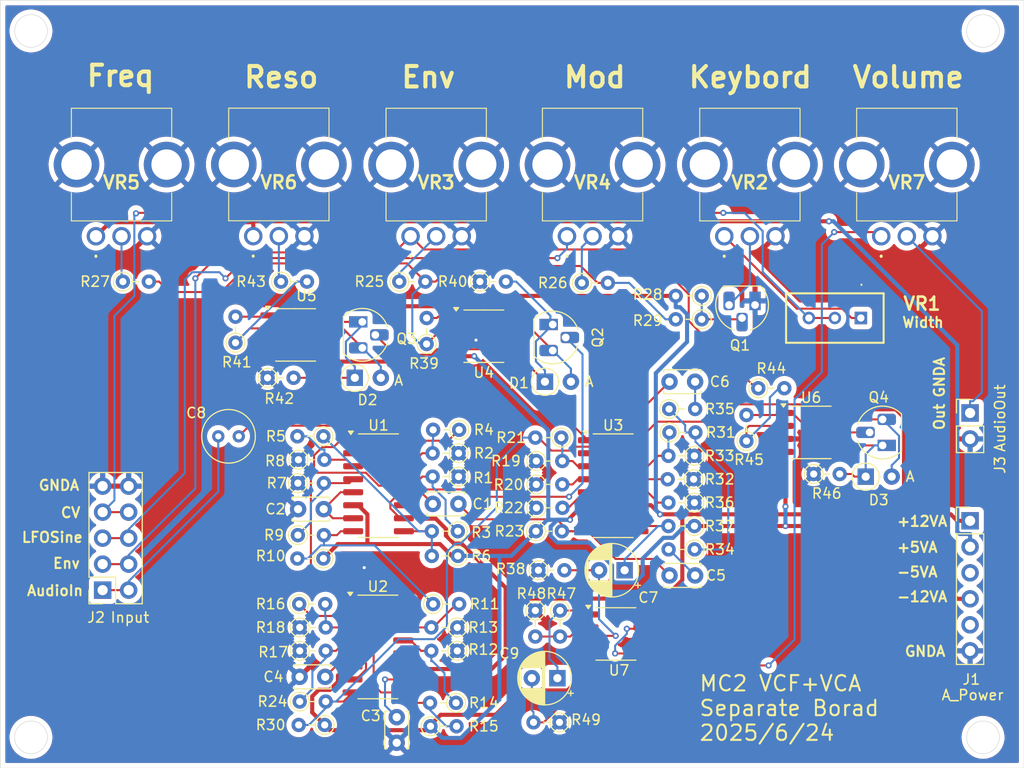
<source format=kicad_pcb>
(kicad_pcb (version 20240108) (generator "pcbnew") (generator_version "8.0")
  (layers (0 "F.Cu" signal) (31 "B.Cu" signal) (34 "B.Paste" user) (35 "F.Paste" user) (36 "B.SilkS" user "B.Silkscreen") (37 "F.SilkS" user "F.Silkscreen") (38 "B.Mask" user) (39 "F.Mask" user) (44 "Edge.Cuts" user))
  (net 0 "")
  (net 1 "ResoWav")
  (net 2 "Net-(C1-Pad1)")
  (net 3 "GNDA")
  (net 4 "Net-(C2-Pad1)")
  (net 5 "Net-(C3-Pad1)")
  (net 6 "Net-(C4-Pad1)")
  (net 7 "Net-(C5-Pad2)")
  (net 8 "Net-(C6-Pad2)")
  (net 9 "VCF_OUT")
  (net 10 "Net-(C7-Pad1)")
  (net 11 "Net-(U7A-+)")
  (net 12 "Net-(C8-Pad2)")
  (net 13 "VCF_IN")
  (net 14 "Net-(VR7-CCW)")
  (net 15 "Net-(C9-Pad1)")
  (net 16 "Net-(D1-K)")
  (net 17 "Net-(D1-A)")
  (net 18 "Net-(D2-K)")
  (net 19 "Net-(D2-A)")
  (net 20 "Net-(D3-A)")
  (net 21 "Net-(D3-K)")
  (net 23 "-12VA")
  (net 24 "+5VA")
  (net 25 "-5VA")
  (net 26 "+12VA")
  (net 27 "Env")
  (net 28 "CV")
  (net 29 "LFOSine")
  (net 30 "Net-(J3-Pin_1)")
  (net 31 "Net-(Q1-C)")
  (net 32 "Net-(Q1-B)")
  (net 33 "VCFCnt")
  (net 34 "ResoCnt")
  (net 35 "VCACnt")
  (net 36 "Net-(U1A--)")
  (net 37 "Net-(U1A-+)")
  (net 38 "Net-(R3-Pad2)")
  (net 39 "Net-(U1C-+)")
  (net 40 "Net-(U1C--)")
  (net 41 "LP12db")
  (net 42 "Net-(U2A-+)")
  (net 43 "Net-(U2A--)")
  (net 44 "Net-(R14-Pad2)")
  (net 45 "Net-(U2C-+)")
  (net 46 "Net-(U2C--)")
  (net 47 "Net-(U3C-+)")
  (net 48 "Net-(U3C--)")
  (net 49 "Net-(R22-Pad2)")
  (net 50 "Net-(VR3-WIPER)")
  (net 51 "Net-(U4A--)")
  (net 52 "Net-(VR4-WIPER)")
  (net 53 "Net-(VR5-WIPER)")
  (net 54 "Net-(R31-Pad2)")
  (net 55 "Net-(U3A-+)")
  (net 56 "Net-(U3A--)")
  (net 57 "Net-(R36-Pad2)")
  (net 58 "Net-(U4B-+)")
  (net 59 "Net-(U5A--)")
  (net 60 "Net-(U5B-+)")
  (net 61 "Net-(VR6-WIPER)")
  (net 62 "Net-(U6A--)")
  (net 63 "Net-(U6B-+)")
  (net 64 "Net-(U7A--)")
  (net 71 "Net-(U7B-+)")
  (net 72 "Net-(VR1-CCW)")
  (footprint "Capacitor_THT:C_Disc_D3.4mm_W2.1mm_P2.50mm" (layer "F.Cu") (at 120.374 75.184)
    (property "Reference" "C5")
    (property "Value" "0.01uF")
  )
  (footprint "Resistor_THT:R_Axial_DIN0204_L3.6mm_D1.6mm_P2.54mm_Vertical" (layer "F.Cu") (at 127.889 62.053 90)
    (property "Reference" "R45")
    (property "Value" "10K")
  )
  (footprint "Resistor_THT:R_Axial_DIN0204_L3.6mm_D1.6mm_P2.54mm_Vertical" (layer "F.Cu") (at 84.074 66.167)
    (property "Reference" "R7")
    (property "Value" "560")
  )
  (footprint "Resistor_THT:R_Axial_DIN0204_L3.6mm_D1.6mm_P2.54mm_Vertical" (layer "F.Cu") (at 123.521 50.165 180)
    (property "Reference" "R29")
    (property "Value" "280K")
  )
  (footprint "Diode_THT:D_DO-35_SOD27_P2.54mm_Vertical_AnodeUp" (layer "F.Cu") (at 89.6337 55.88)
    (property "Reference" "D2")
    (property "Value" "D")
  )
  (footprint "Resistor_THT:R_Axial_DIN0204_L3.6mm_D1.6mm_P2.54mm_Vertical" (layer "F.Cu") (at 99.645 80.264 180)
    (property "Reference" "R13")
    (property "Value" "560")
  )
  (footprint "Capacitor_THT:C_Disc_D3.4mm_W2.1mm_P2.50mm" (layer "F.Cu") (at 97.252 68.199)
    (property "Reference" "C1")
    (property "Value" "250pF")
  )
  (footprint "Resistor_THT:R_Axial_DIN0204_L3.6mm_D1.6mm_P2.54mm_Vertical" (layer "F.Cu") (at 99.645 82.55 180)
    (property "Reference" "R12")
    (property "Value" "560")
  )
  (footprint "Diode_THT:D_DO-35_SOD27_P2.54mm_Vertical_AnodeUp" (layer "F.Cu") (at 139.538 65.532)
    (property "Reference" "D3")
    (property "Value" "D")
  )
  (footprint "Resistor_THT:R_Axial_DIN0204_L3.6mm_D1.6mm_P2.54mm_Vertical" (layer "F.Cu") (at 134.458 65.278)
    (property "Reference" "R46")
    (property "Value" "5.1K")
  )
  (footprint "Resistor_THT:R_Axial_DIN0204_L3.6mm_D1.6mm_P2.54mm_Vertical" (layer "F.Cu") (at 107.569 74.676)
    (property "Reference" "R38")
    (property "Value" "100K")
  )
  (footprint "SamacSys_Parts:3296W1502A" (layer "F.Cu") (at 139.065 50.038 90)
    (property "Reference" "VR1")
    (property "Value" "3296W-1-502A" (hide yes))
  )
  (footprint "Resistor_THT:R_Axial_DIN0204_L3.6mm_D1.6mm_P2.54mm_Vertical" (layer "F.Cu") (at 99.822 60.96 180)
    (property "Reference" "R4")
    (property "Value" "100K")
  )
  (footprint "Resistor_THT:R_Axial_DIN0204_L3.6mm_D1.6mm_P2.54mm_Vertical" (layer "F.Cu") (at 84.251 82.55)
    (property "Reference" "R17")
    (property "Value" "560")
  )
  (footprint "Resistor_THT:R_Axial_DIN0204_L3.6mm_D1.6mm_P2.54mm_Vertical" (layer "F.Cu") (at 122.806 68.072 180)
    (property "Reference" "R36")
    (property "Value" "10K")
  )
  (footprint "Capacitor_THT:CP_Radial_D5.0mm_P2.50mm" (layer "F.Cu") (at 115.988 74.676 180)
    (property "Reference" "C7")
    (property "Value" "1uF")
  )
  (footprint "Resistor_THT:R_Axial_DIN0204_L3.6mm_D1.6mm_P2.54mm_Vertical" (layer "F.Cu") (at 111.81 46.609)
    (property "Reference" "R26")
    (property "Value" "56K")
  )
  (footprint "Connector_PinHeader_2.54mm:PinHeader_1x02_P2.54mm_Vertical" (layer "F.Cu") (at 149.733 59.314)
    (property "Reference" "J3")
    (property "Value" "AudioOut")
  )
  (footprint "Resistor_THT:R_Axial_DIN0204_L3.6mm_D1.6mm_P2.54mm_Vertical" (layer "F.Cu") (at 107.362 66.294)
    (property "Reference" "R20")
    (property "Value" "560")
  )
  (footprint "Resistor_THT:R_Axial_DIN0204_L3.6mm_D1.6mm_P2.54mm_Vertical" (layer "F.Cu") (at 122.806 70.358 180)
    (property "Reference" "R37")
    (property "Value" "5.1K")
  )
  (footprint "Resistor_THT:R_Axial_DIN0204_L3.6mm_D1.6mm_P2.54mm_Vertical" (layer "F.Cu") (at 99.695 73.279 180)
    (property "Reference" "R6")
    (property "Value" "10K")
  )
  (footprint "Package_SO:SO-8_3.9x4.9mm_P1.27mm" (layer "F.Cu") (at 115.139 80.899)
    (property "Reference" "U7")
    (property "Value" "Opamp_Dual")
  )
  (footprint "Resistor_THT:R_Axial_DIN0204_L3.6mm_D1.6mm_P2.54mm_Vertical" (layer "F.Cu") (at 96.647 52.578 90)
    (property "Reference" "R39")
    (property "Value" "10K")
  )
  (footprint "Resistor_THT:R_Axial_DIN0204_L3.6mm_D1.6mm_P2.54mm_Vertical" (layer "F.Cu") (at 107.377 68.58)
    (property "Reference" "R22")
    (property "Value" "10K")
  )
  (footprint "Resistor_THT:R_Axial_DIN0204_L3.6mm_D1.6mm_P2.54mm_Vertical" (layer "F.Cu") (at 84.201 77.978)
    (property "Reference" "R16")
    (property "Value" "100K")
  )
  (footprint "Capacitor_THT:C_Disc_D3.4mm_W2.1mm_P2.50mm" (layer "F.Cu") (at 86.741 85.09 180)
    (property "Reference" "C4")
    (property "Value" "250pF")
  )
  (footprint "Resistor_THT:R_Axial_DIN0204_L3.6mm_D1.6mm_P2.54mm_Vertical" (layer "F.Cu") (at 99.695 70.866 180)
    (property "Reference" "R3")
    (property "Value" "68K")
  )
  (footprint "Resistor_THT:R_Axial_DIN0204_L3.6mm_D1.6mm_P2.54mm_Vertical" (layer "F.Cu") (at 84.074 71.247)
    (property "Reference" "R9")
    (property "Value" "68K")
  )
  (footprint "Package_SO:SO-8_3.9x4.9mm_P1.27mm" (layer "F.Cu") (at 83.855 51.689)
    (property "Reference" "U5")
    (property "Value" "Opamp_Dual")
  )
  (footprint "Capacitor_THT:C_Disc_D3.4mm_W2.1mm_P2.50mm" (layer "F.Cu") (at 93.726 89.027 -90)
    (property "Reference" "C3")
    (property "Value" "250pF")
  )
  (footprint "Resistor_THT:R_Axial_DIN0204_L3.6mm_D1.6mm_P2.54mm_Vertical" (layer "F.Cu") (at 120.334 58.928)
    (property "Reference" "R35")
    (property "Value" "5K")
  )
  (footprint "SamacSys_Parts:RK09D117000B" (layer "F.Cu") (at 141.055 42.052)
    (property "Reference" "VR7")
    (property "Value" "100KA" (hide yes))
  )
  (footprint "Package_SO:SOIC-16_3.9x9.9mm_P1.27mm" (layer "F.Cu") (at 114.87 66.421)
    (property "Reference" "U3")
    (property "Value" "LM13700")
  )
  (footprint "Resistor_THT:R_Axial_DIN0204_L3.6mm_D1.6mm_P2.54mm_Vertical" (layer "F.Cu") (at 84.124 63.881)
    (property "Reference" "R8")
    (property "Value" "560")
  )
  (footprint "Resistor_THT:R_Axial_DIN0204_L3.6mm_D1.6mm_P2.54mm_Vertical" (layer "F.Cu") (at 82.423 46.482)
    (property "Reference" "R43")
    (property "Value" "20K")
  )
  (footprint "Package_TO_SOT_THT:TO-92_HandSolder" (layer "F.Cu") (at 141.189 62.484 90)
    (property "Reference" "Q4")
    (property "Value" "Q_PNP_ECB")
  )
  (footprint "Resistor_THT:R_Axial_DIN0204_L3.6mm_D1.6mm_P2.54mm_Vertical" (layer "F.Cu") (at 107.327 70.866)
    (property "Reference" "R23")
    (property "Value" "5.1K")
  )
  (footprint "Resistor_THT:R_Axial_DIN0204_L3.6mm_D1.6mm_P2.54mm_Vertical" (layer "F.Cu") (at 122.824 72.644 180)
    (property "Reference" "R34")
    (property "Value" "72K")
  )
  (footprint "Diode_THT:D_DO-35_SOD27_P2.54mm_Vertical_AnodeUp" (layer "F.Cu") (at 108.204 56.261)
    (property "Reference" "D1")
    (property "Value" "D")
  )
  (footprint "Resistor_THT:R_Axial_DIN0204_L3.6mm_D1.6mm_P2.54mm_Vertical" (layer "F.Cu") (at 97.282 77.978)
    (property "Reference" "R11")
    (property "Value" "100K")
  )
  (footprint "Capacitor_THT:CP_Radial_D5.0mm_P2.50mm" (layer "F.Cu") (at 109.424 85.217 180)
    (property "Reference" "C9")
    (property "Value" "1uF")
  )
  (footprint "Resistor_THT:R_Axial_DIN0204_L3.6mm_D1.6mm_P2.54mm_Vertical" (layer "F.Cu") (at 99.772 63.246 180)
    (property "Reference" "R2")
    (property "Value" "560")
  )
  (footprint "Resistor_THT:R_Axial_DIN0204_L3.6mm_D1.6mm_P2.54mm_Vertical" (layer "F.Cu") (at 81.111 55.88)
    (property "Reference" "R42")
    (property "Value" "5.1K")
  )
  (footprint "Resistor_THT:R_Axial_DIN0204_L3.6mm_D1.6mm_P2.54mm_Vertical" (layer "F.Cu") (at 84.251 87.503)
    (property "Reference" "R24")
    (property "Value" "68K")
  )
  (footprint "Connector_PinHeader_2.54mm:PinHeader_1x06_P2.54mm_Vertical" (layer "F.Cu") (at 149.733 69.85)
    (property "Reference" "J1")
    (property "Value" "A_Power")
  )
  (footprint "Resistor_THT:R_Axial_DIN0204_L3.6mm_D1.6mm_P2.54mm_Vertical" (layer "F.Cu") (at 109.678 78.613 -90)
    (property "Reference" "R47")
    (property "Value" "47K")
  )
  (footprint "Connector_PinSocket_2.54mm:PinSocket_2x05_P2.54mm_Vertical" (layer "F.Cu") (at 65 76.62 180)
    (property "Reference" "J2")
    (property "Value" "Input")
  )
  (footprint "Capacitor_THT:C_Radial_D5.0mm_H5.0mm_P2.00mm" (layer "F.Cu") (at 76.297 61.595)
    (property "Reference" "C8")
    (property "Value" "10uF BP")
  )
  (footprint "Resistor_THT:R_Axial_DIN0204_L3.6mm_D1.6mm_P2.54mm_Vertical" (layer "F.Cu") (at 99.772 65.532 180)
    (property "Reference" "R1")
    (property "Value" "560")
  )
  (footprint "Resistor_THT:R_Axial_DIN0204_L3.6mm_D1.6mm_P2.54mm_Vertical" (layer "F.Cu") (at 84.251 80.264)
    (property "Reference" "R18")
    (property "Value" "560")
  )
  (footprint "Resistor_THT:R_Axial_DIN0204_L3.6mm_D1.6mm_P2.54mm_Vertical" (layer "F.Cu") (at 129.047 56.896)
    (property "Reference" "R44")
    (property "Value" "40K")
  )
  (footprint "Resistor_THT:R_Axial_DIN0204_L3.6mm_D1.6mm_P2.54mm_Vertical" (layer "F.Cu") (at 107.265 78.613 -90)
    (property "Reference" "R48")
    (property "Value" "10K")
  )
  (footprint "SamacSys_Parts:RK09D117000B" (layer "F.Cu") (at 110.358 42.052)
    (property "Reference" "VR4")
    (property "Value" "100KA" (hide yes))
  )
  (footprint "SamacSys_Parts:RK09D117000B" (layer "F.Cu") (at 125.725 42.052)
    (property "Reference" "VR2")
    (property "Value" "100KB" (hide yes))
  )
  (footprint "Resistor_THT:R_Axial_DIN0204_L3.6mm_D1.6mm_P2.54mm_Vertical" (layer "F.Cu") (at 109.802 61.722 180)
    (property "Reference" "R21")
    (property "Value" "10K")
  )
  (footprint "Capacitor_THT:C_Disc_D3.4mm_W2.1mm_P2.50mm" (layer "F.Cu") (at 86.594 68.707 180)
    (property "Reference" "C2")
    (property "Value" "250pF")
  )
  (footprint "Package_TO_SOT_THT:TO-92_HandSolder" (layer "F.Cu") (at 128.728 48.768 180)
    (property "Reference" "Q1")
    (property "Value" "Q_PNP_ECB")
  )
  (footprint "SamacSys_Parts:RK09D117000B" (layer "F.Cu") (at 64.347 42.052)
    (property "Reference" "VR5")
    (property "Value" "100KB" (hide yes))
  )
  (footprint "Resistor_THT:R_Axial_DIN0204_L3.6mm_D1.6mm_P2.54mm_Vertical" (layer "F.Cu") (at 109.628 89.535 180)
    (property "Reference" "R49")
    (property "Value" "100K")
  )
  (footprint "Resistor_THT:R_Axial_DIN0204_L3.6mm_D1.6mm_P2.54mm_Vertical" (layer "F.Cu") (at 93.98 46.482)
    (property "Reference" "R25")
    (property "Value" "56K")
  )
  (footprint "SamacSys_Parts:RK09D117000B" (layer "F.Cu") (at 79.714 42.04)
    (property "Reference" "VR6")
    (property "Value" "100KB" (hide yes))
  )
  (footprint "Resistor_THT:R_Axial_DIN0204_L3.6mm_D1.6mm_P2.54mm_Vertical" (layer "F.Cu") (at 86.691 89.789 180)
    (property "Reference" "R30")
    (property "Value" "10K")
  )
  (footprint "Package_TO_SOT_THT:TO-92_HandSolder" (layer "F.Cu") (at 90.367 50.419 -90)
    (property "Reference" "Q3")
    (property "Value" "Q_PNP_ECB")
  )
  (footprint "Package_SO:SOIC-16_3.9x9.9mm_P1.27mm" (layer "F.Cu") (at 91.886 82.169)
    (property "Reference" "U2")
    (property "Value" "LM13700")
  )
  (footprint "Resistor_THT:R_Axial_DIN0204_L3.6mm_D1.6mm_P2.54mm_Vertical" (layer "F.Cu") (at 86.564 73.533 180)
    (property "Reference" "R10")
    (property "Value" "10K")
  )
  (footprint "Resistor_THT:R_Axial_DIN0204_L3.6mm_D1.6mm_P2.54mm_Vertical" (layer "F.Cu") (at 86.564 61.595 180)
    (property "Reference" "R5")
    (property "Value" "100K")
  )
  (footprint "Resistor_THT:R_Axial_DIN0204_L3.6mm_D1.6mm_P2.54mm_Vertical" (layer "F.Cu") (at 99.518 87.63 180)
    (property "Reference" "R14")
    (property "Value" "68K")
  )
  (footprint "Package_SO:SOIC-16_3.9x9.9mm_P1.27mm" (layer "F.Cu") (at 91.948 66.421)
    (property "Reference" "U1")
    (property "Value" "LM13700")
  )
  (footprint "Package_TO_SOT_THT:TO-92_HandSolder" (layer "F.Cu") (at 108.966 50.673 -90)
    (property "Reference" "Q2")
    (property "Value" "Q_PNP_ECB")
  )
  (footprint "Resistor_THT:R_Axial_DIN0204_L3.6mm_D1.6mm_P2.54mm_Vertical" (layer "F.Cu") (at 101.854 46.482)
    (property "Reference" "R40")
    (property "Value" "10K")
  )
  (footprint "Resistor_THT:R_Axial_DIN0204_L3.6mm_D1.6mm_P2.54mm_Vertical" (layer "F.Cu") (at 123.521 47.879 180)
    (property "Reference" "R28")
    (property "Value" "33K")
  )
  (footprint "Resistor_THT:R_Axial_DIN0204_L3.6mm_D1.6mm_P2.54mm_Vertical" (layer "F.Cu") (at 122.729 65.786 180)
    (property "Reference" "R32")
    (property "Value" "560")
  )
  (footprint "Resistor_THT:R_Axial_DIN0204_L3.6mm_D1.6mm_P2.54mm_Vertical" (layer "F.Cu") (at 120.366 61.214)
    (property "Reference" "R31")
    (property "Value" "10K")
  )
  (footprint "Capacitor_THT:C_Disc_D3.4mm_W2.1mm_P2.50mm" (layer "F.Cu") (at 120.374 56.261)
    (property "Reference" "C6")
    (property "Value" "0.01uF")
  )
  (footprint "Package_SO:SO-8_3.9x4.9mm_P1.27mm" (layer "F.Cu") (at 102.235 51.816)
    (property "Reference" "U4")
    (property "Value" "Opamp_Dual")
  )
  (footprint "Package_SO:SO-8_3.9x4.9mm_P1.27mm" (layer "F.Cu") (at 134.204 61.214)
    (property "Reference" "U6")
    (property "Value" "Opamp_Dual")
  )
  (footprint "Resistor_THT:R_Axial_DIN0204_L3.6mm_D1.6mm_P2.54mm_Vertical" (layer "F.Cu") (at 77.978 52.451 90)
    (property "Reference" "R41")
    (property "Value" "33K")
  )
  (footprint "Resistor_THT:R_Axial_DIN0204_L3.6mm_D1.6mm_P2.54mm_Vertical" (layer "F.Cu") (at 122.806 63.5 180)
    (property "Reference" "R33")
    (property "Value" "560")
  )
  (footprint "Resistor_THT:R_Axial_DIN0204_L3.6mm_D1.6mm_P2.54mm_Vertical" (layer "F.Cu") (at 107.362 64.008)
    (property "Reference" "R19")
    (property "Value" "560")
  )
  (footprint "SamacSys_Parts:RK09D117000B" (layer "F.Cu") (at 95.081 42.052)
    (property "Reference" "VR3")
    (property "Value" "100KB" (hide yes))
  )
  (footprint "Resistor_THT:R_Axial_DIN0204_L3.6mm_D1.6mm_P2.54mm_Vertical" (layer "F.Cu") (at 66.979 46.482)
    (property "Reference" "R27")
    (property "Value" "20K")
  )
  (footprint "Resistor_THT:R_Axial_DIN0204_L3.6mm_D1.6mm_P2.54mm_Vertical" (layer "F.Cu") (at 97.028 89.916)
    (property "Reference" "R15")
    (property "Value" "10K")
  )
  (gr_circle (center 151 22) (end 152.6 22) (stroke (width 0.05)) (fill none) (layer "Edge.Cuts"))
  (gr_circle (center 151 91) (end 152.6 91) (stroke (width 0.05)) (fill none) (layer "Edge.Cuts"))
  (gr_rect (start 55 19) (end 155 94) (stroke (width 0.05)) (fill none) (layer "Edge.Cuts"))
  (gr_circle (center 58 91) (end 59.6 91) (stroke (width 0.05)) (fill none) (layer "Edge.Cuts"))
  (gr_circle (center 58 22) (end 59.6 22) (stroke (width 0.05)) (fill none) (layer "Edge.Cuts"))
  (gr_text "AudioIn" (at 57.507 77.255 0) (layer "F.SilkS") (effects (font (size 1 1) (thickness 0.2) (bold yes)) (justify left bottom)))
  (gr_text "CV" (at 60.809 69.635 0) (layer "F.SilkS") (effects (font (size 1 1) (thickness 0.2) (bold yes)) (justify left bottom)))
  (gr_text "Mod" (at 109.855 27.686 0) (layer "F.SilkS") (effects (font (size 2 2) (thickness 0.4) (bold yes)) (justify left bottom)))
  (gr_text "A_Power" (at 149.987 86.868 0) (layer "F.SilkS") (effects (font (size 1 1))))
  (gr_text "+12VA" (at 142.494 70.485 0) (layer "F.SilkS") (effects (font (size 1 1) (thickness 0.2) (bold yes)) (justify left bottom)))
  (gr_text "LFOSine" (at 56.999 72.048 0) (layer "F.SilkS") (effects (font (size 1 1) (thickness 0.2) (bold yes)) (justify left bottom)))
  (gr_text "Reso" (at 78.613 27.686 0) (layer "F.SilkS") (effects (font (size 2 2) (thickness 0.4) (bold yes)) (justify left bottom)))
  (gr_text "Out" (at 147.32 61.092 90) (layer "F.SilkS") (effects (font (size 1 1) (thickness 0.2) (bold yes)) (justify left bottom)))
  (gr_text "Freq" (at 63.246 27.559 0) (layer "F.SilkS") (effects (font (size 2 2) (thickness 0.4) (bold yes)) (justify left bottom)))
  (gr_text "GNDA" (at 143.256 83.185 0) (layer "F.SilkS") (effects (font (size 1 1) (thickness 0.2) (bold yes)) (justify left bottom)))
  (gr_text "GNDA" (at 58.65 66.968 0) (layer "F.SilkS") (effects (font (size 1 1) (thickness 0.2) (bold yes)) (justify left bottom)))
  (gr_text "Keybord" (at 122.047 27.686 0) (layer "F.SilkS") (effects (font (size 2 2) (thickness 0.4) (bold yes)) (justify left bottom)))
  (gr_text "AudioOut" (at 152.654 59.817 90) (layer "F.SilkS") (effects (font (size 1 1))))
  (gr_text "GNDA" (at 147.32 57.917 90) (layer "F.SilkS") (effects (font (size 1 1) (thickness 0.2) (bold yes)) (justify left bottom)))
  (gr_text "Env" (at 60.047 74.588 0) (layer "F.SilkS") (effects (font (size 1 1) (thickness 0.2) (bold yes)) (justify left bottom)))
  (gr_text "MC2 VCF+VCA\nSeparate Borad\n2025/6/24" (at 123.19 91.44 0) (layer "F.SilkS") (effects (font (size 1.5 1.5) (thickness 0.2)) (justify left bottom)))
  (gr_text "+5VA" (at 142.494 73.025 0) (layer "F.SilkS") (effects (font (size 1 1) (thickness 0.2) (bold yes)) (justify left bottom)))
  (gr_text "Input" (at 67.667 79.287 0) (layer "F.SilkS") (effects (font (size 1 1))))
  (gr_text "Env" (at 93.98 27.686 0) (layer "F.SilkS") (effects (font (size 2 2) (thickness 0.4) (bold yes)) (justify left bottom)))
  (gr_text "Width" (at 143.002 51.054 0) (layer "F.SilkS") (effects (font (size 1 1) (thickness 0.2) (bold yes)) (justify left bottom)))
  (gr_text "Volume" (at 138.049 27.686 0) (layer "F.SilkS") (effects (font (size 2 2) (thickness 0.4) (bold yes)) (justify left bottom)))
  (gr_text "-12VA" (at 142.494 77.851 0) (layer "F.SilkS") (effects (font (size 1 1) (thickness 0.2) (bold yes)) (justify left bottom)))
  (gr_text "-5VA" (at 142.494 75.438 0) (layer "F.SilkS") (effects (font (size 1 1) (thickness 0.2) (bold yes)) (justify left bottom)))
  (segment (start 115.1033 73.5743) (end 112.395 70.866) (width 0.2) (layer "F.Cu") (net 1))
  (segment (start 111.1013 70.866) (end 112.395 70.866) (width 0.2) (layer "F.Cu") (net 1))
  (segment (start 109.3509 69.7007) (end 101.2537 69.7007) (width 0.2) (layer "F.Cu") (net 1))
  (segment (start 120.374 75.184) (end 118.7643 73.5743) (width 0.2) (layer "F.Cu") (net 1))
  (segment (start 109.867 70.866) (end 111.1013 70.866) (width 0.2) (layer "F.Cu") (net 1))
  (segment (start 110.5162 70.866) (end 109.3509 69.7007) (width 0.2) (layer "F.Cu") (net 1))
  (segment (start 111.1013 70.866) (end 110.5162 70.866) (width 0.2) (layer "F.Cu") (net 1))
  (segment (start 118.7643 73.5743) (end 115.1033 73.5743) (width 0.2) (layer "F.Cu") (net 1))
  (segment (start 101.2537 69.7007) (end 99.752 68.199) (width 0.2) (layer "F.Cu") (net 1))
  (segment (start 93.1044 68.6346) (end 94.0658 69.596) (width 0.2) (layer "F.Cu") (net 2))
  (segment (start 96.2373 67.1864) (end 96.2394 67.1864) (width 0.2) (layer "F.Cu") (net 2))
  (segment (start 93.1044 68.0182) (end 93.1044 68.6346) (width 0.2) (layer "F.Cu") (net 2))
  (segment (start 96.2394 67.1864) (end 97.252 68.199) (width 0.2) (layer "F.Cu") (net 2))
  (segment (start 94.0658 69.596) (end 94.423 69.596) (width 0.2) (layer "F.Cu") (net 2))
  (segment (start 94.423 67.056) (end 96.1069 67.056) (width 0.2) (layer "F.Cu") (net 2))
  (segment (start 96.1069 67.056) (end 96.2373 67.1864) (width 0.2) (layer "F.Cu") (net 2))
  (segment (start 94.0666 67.056) (end 93.1044 68.0182) (width 0.2) (layer "F.Cu") (net 2))
  (segment (start 94.423 67.056) (end 94.0666 67.056) (width 0.2) (layer "F.Cu") (net 2))
  (via (at 90.551 74.422) (size 0.6) (drill 0.3) (layers "F.Cu" "B.Cu") (net 3))
  (via (at 101.473 52.197) (size 0.6) (drill 0.3) (layers "F.Cu" "B.Cu") (net 3))
  (segment (start 89.473 69.596) (end 87.483 69.596) (width 0.2) (layer "F.Cu") (net 4))
  (segment (start 87.483 69.596) (end 86.594 68.707) (width 0.2) (layer "F.Cu") (net 4))
  (segment (start 89.473 67.056) (end 88.245 67.056) (width 0.2) (layer "F.Cu") (net 4))
  (segment (start 88.245 67.056) (end 86.594 68.707) (width 0.2) (layer "F.Cu") (net 4))
  (segment (start 94.361 85.344) (end 92.583 85.344) (width 0.2) (layer "F.Cu") (net 5))
  (segment (start 93.0735 83.6959) (end 93.0735 84.4222) (width 0.2) (layer "F.Cu") (net 5))
  (segment (start 93.9953 85.344) (end 94.361 85.344) (width 0.2) (layer "F.Cu") (net 5))
  (segment (start 93.0735 84.4222) (end 93.9953 85.344) (width 0.2) (layer "F.Cu") (net 5))
  (segment (start 94.361 82.804) (end 93.9654 82.804) (width 0.2) (layer "F.Cu") (net 5))
  (segment (start 93.9654 82.804) (end 93.0735 83.6959) (width 0.2) (layer "F.Cu") (net 5))
  (via (at 92.583 85.344) (size 0.6) (drill 0.3) (layers "F.Cu" "B.Cu") (net 5))
  (segment (start 92.583 85.344) (end 92.583 87.884) (width 0.2) (layer "B.Cu") (net 5))
  (segment (start 92.583 87.884) (end 93.726 89.027) (width 0.2) (layer "B.Cu") (net 5))
  (segment (start 89.411 82.804) (end 89.7675 82.804) (width 0.2) (layer "F.Cu") (net 6))
  (segment (start 86.741 85.09) (end 89.027 82.804) (width 0.2) (layer "F.Cu") (net 6))
  (segment (start 90.7297 83.7662) (end 90.7297 84.3825) (width 0.2) (layer "F.Cu") (net 6))
  (segment (start 89.027 82.804) (end 89.411 82.804) (width 0.2) (layer "F.Cu") (net 6))
  (segment (start 89.7682 85.344) (end 89.411 85.344) (width 0.2) (layer "F.Cu") (net 6))
  (segment (start 90.7297 84.3825) (end 89.7682 85.344) (width 0.2) (layer "F.Cu") (net 6))
  (segment (start 89.7675 82.804) (end 90.7297 83.7662) (width 0.2) (layer "F.Cu") (net 6))
  (segment (start 120.284 72.644) (end 120.334 72.644) (width 0.2) (layer "B.Cu") (net 7))
  (segment (start 120.334 72.644) (end 122.874 75.184) (width 0.2) (layer "B.Cu") (net 7))
  (segment (start 122.874 56.261) (end 122.874 58.928) (width 0.2) (layer "B.Cu") (net 8))
  (segment (start 110.998 62.611) (end 110.617 62.992) (width 0.2) (layer "F.Cu") (net 9))
  (segment (start 108.839 62.992) (end 107.569 61.722) (width 0.2) (layer "F.Cu") (net 9))
  (segment (start 120.374 56.261) (end 114.024 62.611) (width 0.2) (layer "F.Cu") (net 9))
  (segment (start 107.569 61.722) (end 107.262 61.722) (width 0.2) (layer "F.Cu") (net 9))
  (segment (start 88.522 87.503) (end 89.411 86.614) (width 0.2) (layer "F.Cu") (net 9))
  (segment (start 86.791 87.503) (end 88.522 87.503) (width 0.2) (layer "F.Cu") (net 9))
  (segment (start 110.617 62.992) (end 108.839 62.992) (width 0.2) (layer "F.Cu") (net 9))
  (segment (start 114.024 62.611) (end 110.998 62.611) (width 0.2) (layer "F.Cu") (net 9))
  (segment (start 97.3892 81.407) (end 98.6313 80.1649) (width 0.2) (layer "B.Cu") (net 9))
  (segment (start 93.8887 81.407) (end 97.3892 81.407) (width 0.2) (layer "B.Cu") (net 9))
  (segment (start 99.4396 72.0725) (end 99.9693 72.0725) (width 0.2) (layer "B.Cu") (net 9))
  (segment (start 98.6313 72.8808) (end 99.4396 72.0725) (width 0.2) (layer "B.Cu") (net 9))
  (segment (start 84.151 89.789) (end 85.1527 89.789) (width 0.2) (layer "B.Cu") (net 9))
  (segment (start 86.791 88.1507) (end 86.791 87.503) (width 0.2) (layer "B.Cu") (net 9))
  (segment (start 87.7927 87.503) (end 93.8887 81.407) (width 0.2) (layer "B.Cu") (net 9))
  (segment (start 85.1527 89.789) (end 86.791 88.1507) (width 0.2) (layer "B.Cu") (net 9))
  (segment (start 103.505 68.5368) (end 103.505 64.262) (width 0.2) (layer "B.Cu") (net 9))
  (segment (start 86.791 87.503) (end 87.7927 87.503) (width 0.2) (layer "B.Cu") (net 9))
  (segment (start 106.045 61.722) (end 107.262 61.722) (width 0.2) (layer "B.Cu") (net 9))
  (segment (start 103.505 64.262) (end 106.045 61.722) (width 0.2) (layer "B.Cu") (net 9))
  (segment (start 98.6313 80.1649) (end 98.6313 72.8808) (width 0.2) (layer "B.Cu") (net 9))
  (segment (start 99.9693 72.0725) (end 103.505 68.5368) (width 0.2) (layer "B.Cu") (net 9))
  (segment (start 120.266 70.358) (end 117.853 70.358) (width 0.2) (layer "F.Cu") (net 10))
  (segment (start 117.853 70.358) (end 117.345 70.866) (width 0.2) (layer "F.Cu") (net 10))
  (segment (start 120.266 70.358) (end 119.2643 70.358) (width 0.2) (layer "B.Cu") (net 10))
  (segment (start 115.988 73.5743) (end 116.048 73.5743) (width 0.2) (layer "B.Cu") (net 10))
  (segment (start 115.988 74.676) (end 115.988 73.5743) (width 0.2) (layer "B.Cu") (net 10))
  (segment (start 116.048 73.5743) (end 119.2643 70.358) (width 0.2) (layer "B.Cu") (net 10))
  (segment (start 113.0138 81.0842) (end 112.564 81.534) (width 0.2) (layer "F.Cu") (net 11))
  (segment (start 110.109 74.676) (end 113.488 74.676) (width 0.2) (layer "F.Cu") (net 11))
  (segment (start 115.1133 81.0842) (end 113.0138 81.0842) (width 0.2) (layer "F.Cu") (net 11))
  (via (at 115.1133 81.0842) (size 0.6) (drill 0.3) (layers "F.Cu" "B.Cu") (net 11))
  (segment (start 113.488 74.676) (end 113.488 79.4589) (width 0.2) (layer "B.Cu") (net 11))
  (segment (start 113.488 79.4589) (end 115.1133 81.0842) (width 0.2) (layer "B.Cu") (net 11))
  (segment (start 96.2726 62.0239) (end 98.7581 62.0239) (width 0.2) (layer "F.Cu") (net 12))
  (segment (start 79.3375 60.5545) (end 94.8032 60.5545) (width 0.2) (layer "F.Cu") (net 12))
  (segment (start 94.8032 60.5545) (end 96.2726 62.0239) (width 0.2) (layer "F.Cu") (net 12))
  (segment (start 98.7581 62.0239) (end 99.822 60.96) (width 0.2) (layer "F.Cu") (net 12))
  (segment (start 78.297 61.595) (end 79.3375 60.5545) (width 0.2) (layer "F.Cu") (net 12))
  (segment (start 67.54 76.62) (end 65 76.62) (width 0.2) (layer "F.Cu") (net 13))
  (segment (start 67.54 76.62) (end 67.54 75.7562) (width 0.2) (layer "B.Cu") (net 13))
  (segment (start 76.297 66.9992) (end 76.297 61.595) (width 0.2) (layer "B.Cu") (net 13))
  (segment (start 67.54 75.7562) (end 76.297 66.9992) (width 0.2) (layer "B.Cu") (net 13))
  (segment (start 136.4593 41.6471) (end 140.6501 41.6471) (width 0.2) (layer "F.Cu") (net 14))
  (segment (start 108.0897 89.535) (end 113.6481 83.9766) (width 0.2) (layer "F.Cu") (net 14))
  (segment (start 140.6501 41.6471) (end 141.055 42.052) (width 0.2) (layer "F.Cu") (net 14))
  (segment (start 107.088 89.535) (end 108.0897 89.535) (width 0.2) (layer "F.Cu") (net 14))
  (segment (start 113.6481 83.9766) (end 130.0511 83.9766) (width 0.2) (layer "F.Cu") (net 14))
  (via (at 136.4593 41.6471) (size 0.6) (drill 0.3) (layers "F.Cu" "B.Cu") (net 14))
  (via (at 130.0511 83.9766) (size 0.6) (drill 0.3) (layers "F.Cu" "B.Cu") (net 14))
  (segment (start 107.088 88.5333) (end 106.924 88.3693) (width 0.2) (layer "B.Cu") (net 14))
  (segment (start 135.255 42.8514) (end 136.4593 41.6471) (width 0.2) (layer "B.Cu") (net 14))
  (segment (start 130.0511 83.9766) (end 132.5872 81.4405) (width 0.2) (layer "B.Cu") (net 14))
  (segment (start 106.924 88.3693) (end 106.924 85.217) (width 0.2) (layer "B.Cu") (net 14))
  (segment (start 135.255 55.3252) (end 135.255 42.8514) (width 0.2) (layer "B.Cu") (net 14))
  (segment (start 132.5872 57.993) (end 135.255 55.3252) (width 0.2) (layer "B.Cu") (net 14))
  (segment (start 132.5872 81.4405) (end 132.5872 57.993) (width 0.2) (layer "B.Cu") (net 14))
  (segment (start 107.088 89.535) (end 107.088 88.5333) (width 0.2) (layer "B.Cu") (net 14))
  (segment (start 112.183 78.613) (end 109.678 78.613) (width 0.2) (layer "F.Cu") (net 15))
  (segment (start 112.564 78.994) (end 112.183 78.613) (width 0.2) (layer "F.Cu") (net 15))
  (segment (start 108.6501 79.6409) (end 109.678 78.613) (width 0.2) (layer "B.Cu") (net 15))
  (segment (start 109.424 84.1153) (end 108.6501 83.3414) (width 0.2) (layer "B.Cu") (net 15))
  (segment (start 109.424 85.217) (end 109.424 84.1153) (width 0.2) (layer "B.Cu") (net 15))
  (segment (start 108.6501 83.3414) (end 108.6501 79.6409) (width 0.2) (layer "B.Cu") (net 15))
  (segment (start 108.204 56.261) (end 106.2663 54.3233) (width 0.2) (layer "F.Cu") (net 16))
  (segment (start 103.6327 53.3836) (end 104.5653 52.451) (width 0.2) (layer "F.Cu") (net 16))
  (segment (start 103.8976 54.3233) (end 103.6327 54.0584) (width 0.2) (layer "F.Cu") (net 16))
  (segment (start 103.6327 54.0584) (end 103.6327 53.3836) (width 0.2) (layer "F.Cu") (net 16))
  (segment (start 106.2663 54.3233) (end 105.7224 54.3233) (width 0.2) (layer "F.Cu") (net 16))
  (segment (start 104.5653 52.451) (end 104.81 52.451) (width 0.2) (layer "F.Cu") (net 16))
  (segment (start 105.7224 54.3233) (end 103.8976 54.3233) (width 0.2) (layer "F.Cu") (net 16))
  (segment (start 107.3248 52.3142) (end 108.735 50.904) (width 0.2) (layer "B.Cu") (net 16))
  (segment (start 108.204 56.261) (end 108.204 55.1593) (width 0.2) (layer "B.Cu") (net 16))
  (segment (start 107.3248 54.2801) (end 107.3248 52.3142) (width 0.2) (layer "B.Cu") (net 16))
  (segment (start 104.394 46.482) (end 105.3957 46.482) (width 0.2) (layer "B.Cu") (net 16))
  (segment (start 105.3957 46.482) (end 108.735 49.8213) (width 0.2) (layer "B.Cu") (net 16))
  (segment (start 108.735 50.442) (end 108.735 49.8213) (width 0.2) (layer "B.Cu") (net 16))
  (segment (start 108.966 50.673) (end 108.735 50.442) (width 0.2) (layer "B.Cu") (net 16))
  (segment (start 108.204 55.1593) (end 107.3248 54.2801) (width 0.2) (layer "B.Cu") (net 16))
  (segment (start 108.735 50.904) (end 108.735 49.8213) (width 0.2) (layer "B.Cu") (net 16))
  (segment (start 108.966 53.213) (end 106.934 51.181) (width 0.2) (layer "F.Cu") (net 17))
  (segment (start 106.934 51.181) (end 104.81 51.181) (width 0.2) (layer "F.Cu") (net 17))
  (segment (start 108.966 53.213) (end 110.744 54.991) (width 0.2) (layer "B.Cu") (net 17))
  (segment (start 110.744 54.991) (end 110.744 56.261) (width 0.2) (layer "B.Cu") (net 17))
  (segment (start 86.1281 52.324) (end 85.2297 51.4256) (width 0.2) (layer "F.Cu") (net 18))
  (segment (start 89.6337 55.88) (end 83.651 55.88) (width 0.2) (layer "F.Cu") (net 18))
  (segment (start 85.2297 51.4256) (end 85.2297 50.721) (width 0.2) (layer "F.Cu") (net 18))
  (segment (start 85.5317 50.419) (end 90.367 50.419) (width 0.2) (layer "F.Cu") (net 18))
  (segment (start 85.2297 50.721) (end 85.5317 50.419) (width 0.2) (layer "F.Cu") (net 18))
  (segment (start 86.43 52.324) (end 86.1281 52.324) (width 0.2) (layer "F.Cu") (net 18))
  (segment (start 88.7643 52.3411) (end 88.7643 53.9089) (width 0.2) (layer "B.Cu") (net 18))
  (segment (start 89.6337 54.7783) (end 89.6337 55.88) (width 0.2) (layer "B.Cu") (net 18))
  (segment (start 88.7643 53.9089) (end 89.6337 54.7783) (width 0.2) (layer "B.Cu") (net 18))
  (segment (start 90.367 50.419) (end 90.367 50.7384) (width 0.2) (layer "B.Cu") (net 18))
  (segment (start 90.367 50.7384) (end 88.7643 52.3411) (width 0.2) (layer "B.Cu") (net 18))
  (segment (start 86.43 51.054) (end 88.462 51.054) (width 0.2) (layer "F.Cu") (net 19))
  (segment (start 88.462 51.054) (end 90.367 52.959) (width 0.2) (layer "F.Cu") (net 19))
  (segment (start 92.1737 54.7657) (end 92.1737 55.88) (width 0.2) (layer "B.Cu") (net 19))
  (segment (start 90.367 52.959) (end 92.1737 54.7657) (width 0.2) (layer "B.Cu") (net 19))
  (segment (start 137.414 59.944) (end 136.779 60.579) (width 0.2) (layer "F.Cu") (net 20))
  (segment (start 141.189 59.944) (end 137.414 59.944) (width 0.2) (layer "F.Cu") (net 20))
  (segment (start 142.7907 61.5457) (end 142.7907 63.7176) (width 0.2) (layer "B.Cu") (net 20))
  (segment (start 142.7907 63.7176) (end 142.078 64.4303) (width 0.2) (layer "B.Cu") (net 20))
  (segment (start 142.078 65.532) (end 142.078 64.4303) (width 0.2) (layer "B.Cu") (net 20))
  (segment (start 141.189 59.944) (end 142.7907 61.5457) (width 0.2) (layer "B.Cu") (net 20))
  (segment (start 138.1823 65.278) (end 138.4363 65.532) (width 0.2) (layer "F.Cu") (net 21))
  (segment (start 137.414 62.484) (end 141.189 62.484) (width 0.2) (layer "F.Cu") (net 21))
  (segment (start 136.998 65.278) (end 138.1823 65.278) (width 0.2) (layer "F.Cu") (net 21))
  (segment (start 136.779 61.849) (end 137.414 62.484) (width 0.2) (layer "F.Cu") (net 21))
  (segment (start 139.538 65.532) (end 138.4363 65.532) (width 0.2) (layer "F.Cu") (net 21))
  (segment (start 139.538 65.532) (end 139.538 63.3333) (width 0.2) (layer "B.Cu") (net 21))
  (segment (start 141.189 62.484) (end 140.3873 62.484) (width 0.2) (layer "B.Cu") (net 21))
  (segment (start 139.538 63.3333) (end 140.3873 62.484) (width 0.2) (layer "B.Cu") (net 21))
  (segment (start 103.3878 88.798) (end 98.019 88.798) (width 0.4) (layer "F.Cu") (net 23))
  (segment (start 110.6556 69.566) (end 111.8956 68.326) (width 0.4) (layer "F.Cu") (net 23))
  (segment (start 86.106 86.36) (end 85.471 86.995) (width 0.4) (layer "F.Cu") (net 23))
  (segment (start 99.1072 73.279) (end 99.695 73.279) (width 0.4) (layer "F.Cu") (net 23))
  (segment (start 99.7089 53.7699) (end 99.66 53.721) (width 0.4) (layer "F.Cu") (net 23))
  (segment (start 131.699 63.189) (end 131.699 68.453) (width 0.4) (layer "F.Cu") (net 23))
  (segment (start 148.4813 77.47) (end 141.3693 70.358) (width 0.4) (layer "F.Cu") (net 23))
  (segment (start 96.52 90.297) (end 87.199 90.297) (width 0.4) (layer "F.Cu") (net 23))
  (segment (start 98.019 88.798) (end 97.028 89.789) (width 0.4) (layer "F.Cu") (net 23))
  (segment (start 89.971 68.326) (end 89.473 68.326) (width 0.4) (layer "F.Cu") (net 23))
  (segment (start 90.8662 72.1228) (end 90.8662 69.2212) (width 0.4) (layer "F.Cu") (net 23))
  (segment (start 141.3693 70.358) (end 122.806 70.358) (width 0.4) (layer "F.Cu") (net 23))
  (segment (start 149.733 77.47) (end 148.4813 77.47) (width 0.4) (layer "F.Cu") (net 23))
  (segment (start 112.564 82.804) (end 112.564 84.2719) (width 0.4) (layer "F.Cu") (net 23))
  (segment (start 131.629 63.119) (end 131.699 63.189) (width 0.4) (layer "F.Cu") (net 23))
  (segment (start 86.564 73.533) (end 87.9742 72.1228) (width 0.4) (layer "F.Cu") (net 23))
  (segment (start 112.564 84.2719) (end 110.4172 86.4187) (width 0.4) (layer "F.Cu") (net 23))
  (segment (start 87.9742 72.1228) (end 90.8662 72.1228) (width 0.4) (layer "F.Cu") (net 23))
  (segment (start 87.9882 84.9581) (end 87.9882 85.5677) (width 0.4) (layer "F.Cu") (net 23))
  (segment (start 110.4172 86.4187) (end 105.7671 86.4187) (width 0.4) (layer "F.Cu") (net 23))
  (segment (start 97.951 72.1228) (end 99.1072 73.279) (width 0.4) (layer "F.Cu") (net 23))
  (segment (start 87.199 90.297) (end 86.691 89.789) (width 0.4) (layer "F.Cu") (net 23))
  (segment (start 99.0847 54.2963) (end 81.9823 54.2963) (width 0.4) (layer "F.Cu") (net 23))
  (segment (start 105.7671 86.4187) (end 103.3878 88.798) (width 0.4) (layer "F.Cu") (net 23))
  (segment (start 90.8662 69.2212) (end 89.971 68.326) (width 0.4) (layer "F.Cu") (net 23))
  (segment (start 85.471 86.995) (end 85.471 88.569) (width 0.4) (layer "F.Cu") (net 23))
  (segment (start 89.411 84.074) (end 88.8723 84.074) (width 0.4) (layer "F.Cu") (net 23))
  (segment (start 85.471 88.569) (end 86.691 89.789) (width 0.4) (layer "F.Cu") (net 23))
  (segment (start 88.8723 84.074) (end 87.9882 84.9581) (width 0.4) (layer "F.Cu") (net 23))
  (segment (start 81.9823 54.2963) (end 81.28 53.594) (width 0.4) (layer "F.Cu") (net 23))
  (segment (start 101.2946 53.7699) (end 99.7089 53.7699) (width 0.4) (layer "F.Cu") (net 23))
  (segment (start 97.028 89.789) (end 97.028 89.916) (width 0.4) (layer "F.Cu") (net 23))
  (segment (start 87.1959 86.36) (end 86.106 86.36) (width 0.4) (layer "F.Cu") (net 23))
  (segment (start 99.66 53.721) (end 99.0847 54.2963) (width 0.4) (layer "F.Cu") (net 23))
  (segment (start 87.9882 85.5677) (end 87.1959 86.36) (width 0.4) (layer "F.Cu") (net 23))
  (segment (start 97.028 89.789) (end 96.52 90.297) (width 0.4) (layer "F.Cu") (net 23))
  (segment (start 111.8956 68.326) (end 112.395 68.326) (width 0.4) (layer "F.Cu") (net 23))
  (segment (start 90.8662 72.1228) (end 97.951 72.1228) (width 0.4) (layer "F.Cu") (net 23))
  (segment (start 131.572 63.176) (end 131.629 63.119) (width 0.4) (layer "F.Cu") (net 23))
  (segment (start 110.6556 69.748) (end 110.6556 69.566) (width 0.4) (layer "F.Cu") (net 23))
  (via (at 101.2946 53.7699) (size 0.6) (drill 0.3) (layers "F.Cu" "B.Cu") (net 23))
  (via (at 131.699 70.358) (size 0.6) (drill 0.3) (layers "F.Cu" "B.Cu") (net 23))
  (via (at 131.699 68.453) (size 0.6) (drill 0.3) (layers "F.Cu" "B.Cu") (net 23))
  (via (at 110.6556 69.748) (size 0.6) (drill 0.3) (layers "F.Cu" "B.Cu") (net 23))
  (segment (start 117.0005 75.8788) (end 115.0182 75.8788) (width 0.4) (layer "B.Cu") (net 23))
  (segment (start 97.028 89.916) (end 98.1659 91.0539) (width 0.4) (layer "B.Cu") (net 23))
  (segment (start 115.0182 75.8788) (end 114.7617 75.6223) (width 0.4) (layer "B.Cu") (net 23))
  (segment (start 98.1659 91.0539) (end 99.9951 91.0539) (width 0.4) (layer "B.Cu") (net 23))
  (segment (start 131.699 68.453) (end 131.699 70.358) (width 0.4) (layer "B.Cu") (net 23))
  (segment (start 108.532 61.0073) (end 101.2946 53.7699) (width 0.4) (layer "B.Cu") (net 23))
  (segment (start 99.695 73.279) (end 100.9487 73.279) (width 0.4) (layer "B.Cu") (net 23))
  (segment (start 114.7617 75.6223) (end 114.7617 74.2049) (width 0.4) (layer "B.Cu") (net 23))
  (segment (start 108.532 69.748) (end 108.532 61.0073) (width 0.4) (layer "B.Cu") (net 23))
  (segment (start 108.445 69.748) (end 108.532 69.748) (width 0.4) (layer "B.Cu") (net 23))
  (segment (start 108.6983 69.748) (end 108.781 69.748) (width 0.4) (layer "B.Cu") (net 23))
  (segment (start 122.806 70.358) (end 121.8629 70.358) (width 0.4) (layer "B.Cu") (net 23))
  (segment (start 120.7109 71.51) (end 119.7807 71.51) (width 0.4) (layer "B.Cu") (net 23))
  (segment (start 110.6556 69.7481) (end 110.6556 69.748) (width 0.4) (layer "B.Cu") (net 23))
  (segment (start 104.914 73.279) (end 107.327 70.866) (width 0.4) (layer "B.Cu") (net 23))
  (segment (start 99.9951 91.0539) (end 103.759 87.29) (width 0.4) (layer "B.Cu") (net 23))
  (segment (start 108.781 69.748) (end 110.6556 69.748) (width 0.4) (layer "B.Cu") (net 23))
  (segment (start 107.327 70.866) (end 108.445 69.748) (width 0.4) (layer "B.Cu") (net 23))
  (segment (start 117.7573 73.5334) (end 117.7573 75.122) (width 0.4) (layer "B.Cu") (net 23))
  (segment (start 114.7617 74.2049) (end 112.5245 71.9677) (width 0.4) (layer "B.Cu") (net 23))
  (segment (start 108.7653 70.4097) (end 109.4269 69.7481) (width 0.4) (layer "B.Cu") (net 23))
  (segment (start 117.7573 75.122) (end 117.0005 75.8788) (width 0.4) (layer "B.Cu") (net 23))
  (segment (start 112.5245 71.9677) (end 109.4107 71.9677) (width 0.4) (layer "B.Cu") (net 23))
  (segment (start 121.8629 70.358) (end 120.7109 71.51) (width 0.4) (layer "B.Cu") (net 23))
  (segment (start 109.4107 71.9677) (end 108.7653 71.3223) (width 0.4) (layer "B.Cu") (net 23))
  (segment (start 108.532 69.748) (end 108.6983 69.748) (width 0.4) (layer "B.Cu") (net 23))
  (segment (start 119.7807 71.51) (end 117.7573 73.5334) (width 0.4) (layer "B.Cu") (net 23))
  (segment (start 103.759 73.279) (end 100.9487 73.279) (width 0.4) (layer "B.Cu") (net 23))
  (segment (start 108.7653 71.3223) (end 108.7653 70.4097) (width 0.4) (layer "B.Cu") (net 23))
  (segment (start 109.4269 69.7481) (end 110.6556 69.7481) (width 0.4) (layer "B.Cu") (net 23))
  (segment (start 100.9487 73.279) (end 104.914 73.279) (width 0.4) (layer "B.Cu") (net 23))
  (segment (start 103.759 87.29) (end 103.759 73.279) (width 0.4) (layer "B.Cu") (net 23))
  (segment (start 79.714 40.6812) (end 79.714 42.04) (width 0.4) (layer "F.Cu") (net 24))
  (segment (start 79.8046 40.5906) (end 79.714 40.6812) (width 0.4) (layer "F.Cu") (net 24))
  (segment (start 135.9453 40.5906) (end 79.8046 40.5906) (width 0.4) (layer "F.Cu") (net 24))
  (segment (start 65.7178 40.6812) (end 64.347 42.052) (width 0.4) (layer "F.Cu") (net 24))
  (segment (start 79.714 40.6812) (end 65.7178 40.6812) (width 0.4) (layer "F.Cu") (net 24))
  (via (at 135.9453 40.5906) (size 0.6) (drill 0.3) (layers "F.Cu" "B.Cu") (net 24))
  (segment (start 148.716 71.1383) (end 148.4813 70.9036) (width 0.4) (layer "B.Cu") (net 24))
  (segment (start 148.4813 52.6768) (end 136.3951 40.5906) (width 0.4) (layer "B.Cu") (net 24))
  (segment (start 149.733 71.1383) (end 148.716 71.1383) (width 0.4) (layer "B.Cu") (net 24))
  (segment (start 136.3951 40.5906) (end 135.9453 40.5906) (width 0.4) (layer "B.Cu") (net 24))
  (segment (start 149.733 72.39) (end 149.733 71.1383) (width 0.4) (layer "B.Cu") (net 24))
  (segment (start 148.4813 70.9036) (end 148.4813 52.6768) (width 0.4) (layer "B.Cu") (net 24))
  (segment (start 105.822 47.879) (end 104.81 48.891) (width 0.4) (layer "F.Cu") (net 26))
  (segment (start 148.4813 69.85) (end 147.8463 69.215) (width 0.4) (layer "F.Cu") (net 26))
  (segment (start 117.714 78.994) (end 116.1644 77.4444) (width 0.4) (layer "F.Cu") (net 26))
  (segment (start 104.81 48.891) (end 104.81 49.911) (width 0.4) (layer "F.Cu") (net 26))
  (segment (start 120.981 47.879) (end 105.822 47.879) (width 0.4) (layer "F.Cu") (net 26))
  (segment (start 104.3691 76.3842) (end 100.0559 72.071) (width 0.4) (layer "F.Cu") (net 26))
  (segment (start 136.779 59.309) (end 137.1345 58.9535) (width 0.4) (layer "F.Cu") (net 26))
  (segment (start 118.2708 78.994) (end 117.714 78.994) (width 0.4) (layer "F.Cu") (net 26))
  (segment (start 149.733 69.85) (end 148.4813 69.85) (width 0.4) (layer "F.Cu") (net 26))
  (segment (start 94.615 84.328) (end 94.361 84.074) (width 0.4) (layer "F.Cu") (net 26))
  (segment (start 104.3691 82.9559) (end 102.997 84.328) (width 0.4) (layer "F.Cu") (net 26))
  (segment (start 95.0853 68.326) (end 94.423 68.326) (width 0.4) (layer "F.Cu") (net 26))
  (segment (start 119.4503 69.215) (end 118.5613 68.326) (width 0.4) (layer "F.Cu") (net 26))
  (segment (start 96.3987 69.6394) (end 95.0853 68.326) (width 0.4) (layer "F.Cu") (net 26))
  (segment (start 97.5405 69.6394) (end 96.3987 69.6394) (width 0.4) (layer "F.Cu") (net 26))
  (segment (start 98.5313 71.2888) (end 98.5313 70.6302) (width 0.4) (layer "F.Cu") (net 26))
  (segment (start 137.1345 58.9535) (end 142.4728 58.9535) (width 0.4) (layer "F.Cu") (net 26))
  (segment (start 143.2797 69.215) (end 121.624 69.215) (width 0.4) (layer "F.Cu") (net 26))
  (segment (start 98.5313 70.6302) (end 97.5405 69.6394) (width 0.4) (layer "F.Cu") (net 26))
  (segment (start 118.5613 68.326) (end 117.345 68.326) (width 0.4) (layer "F.Cu") (net 26))
  (segment (start 99.3135 72.071) (end 98.5313 71.2888) (width 0.4) (layer "F.Cu") (net 26))
  (segment (start 100.0559 72.071) (end 99.3135 72.071) (width 0.4) (layer "F.Cu") (net 26))
  (segment (start 121.624 75.6408) (end 118.2708 78.994) (width 0.4) (layer "F.Cu") (net 26))
  (segment (start 121.624 69.215) (end 121.624 75.6408) (width 0.4) (layer "F.Cu") (net 26))
  (segment (start 104.81 48.891) (end 87.323 48.891) (width 0.4) (layer "F.Cu") (net 26))
  (segment (start 104.3691 77.4444) (end 104.3691 82.9559) (width 0.4) (layer "F.Cu") (net 26))
  (segment (start 102.997 84.328) (end 94.615 84.328) (width 0.4) (layer "F.Cu") (net 26))
  (segment (start 147.8463 69.215) (end 143.2797 69.215) (width 0.4) (layer "F.Cu") (net 26))
  (segment (start 143.2797 59.7604) (end 143.2797 69.215) (width 0.4) (layer "F.Cu") (net 26))
  (segment (start 87.323 48.891) (end 86.43 49.784) (width 0.4) (layer "F.Cu") (net 26))
  (segment (start 142.4728 58.9535) (end 143.2797 59.7604) (width 0.4) (layer "F.Cu") (net 26))
  (segment (start 121.624 69.215) (end 119.4503 69.215) (width 0.4) (layer "F.Cu") (net 26))
  (segment (start 104.3691 77.4444) (end 104.3691 76.3842) (width 0.4) (layer "F.Cu") (net 26))
  (segment (start 116.1644 77.4444) (end 104.3691 77.4444) (width 0.4) (layer "F.Cu") (net 26))
  (via (at 119.4503 69.215) (size 0.6) (drill 0.3) (layers "F.Cu" "B.Cu") (net 26))
  (segment (start 119.0377 55.4163) (end 119.0377 68.8024) (width 0.4) (layer "B.Cu") (net 26))
  (segment (start 119.0377 68.8024) (end 119.4503 69.215) (width 0.4) (layer "B.Cu") (net 26))
  (segment (start 120.981 48.9807) (end 121.3941 48.9807) (width 0.4) (layer "B.Cu") (net 26))
  (segment (start 120.981 47.879) (end 120.981 48.9807) (width 0.4) (layer "B.Cu") (net 26))
  (segment (start 122.0884 49.675) (end 122.0884 52.3656) (width 0.4) (layer "B.Cu") (net 26))
  (segment (start 121.3941 48.9807) (end 122.0884 49.675) (width 0.4) (layer "B.Cu") (net 26))
  (segment (start 122.0884 52.3656) (end 119.0377 55.4163) (width 0.4) (layer "B.Cu") (net 26))
  (segment (start 122.251 47.7173) (end 117.8764 43.3427) (width 0.2) (layer "F.Cu") (net 27))
  (segment (start 128.82 56.896) (end 122.251 50.327) (width 0.2) (layer "F.Cu") (net 27))
  (segment (start 95.081 42.052) (end 93.5033 43.6297) (width 0.2) (layer "F.Cu") (net 27))
  (segment (start 65 74.08) (end 67.54 74.08) (width 0.2) (layer "F.Cu") (net 27))
  (segment (start 117.8764 43.3427) (end 96.3717 43.3427) (width 0.2) (layer "F.Cu") (net 27))
  (segment (start 129.047 56.896) (end 128.82 56.896) (width 0.2) (layer "F.Cu") (net 27))
  (segment (start 122.251 50.327) (end 122.251 47.7173) (width 0.2) (layer "F.Cu") (net 27))
  (segment (start 93.5033 43.6297) (end 76.5914 43.6297) (width 0.2) (layer "F.Cu") (net 27))
  (segment (start 74.0562 46.1649) (end 74.0562 46.1665) (width 0.2) (layer "F.Cu") (net 27))
  (segment (start 96.3717 43.3427) (end 95.081 42.052) (width 0.2) (layer "F.Cu") (net 27))
  (segment (start 76.5914 43.6297) (end 74.0562 46.1649) (width 0.2) (layer "F.Cu") (net 27))
  (via (at 74.0562 46.1665) (size 0.6) (drill 0.3) (layers "F.Cu" "B.Cu") (net 27))
  (segment (start 74.0562 66.6806) (end 67.54 73.1968) (width 0.2) (layer "B.Cu") (net 27))
  (segment (start 67.54 73.1968) (end 67.54 74.08) (width 0.2) (layer "B.Cu") (net 27))
  (segment (start 74.0562 46.1665) (end 74.0562 46.1649) (width 0.2) (layer "B.Cu") (net 27))
  (segment (start 74.0562 46.1649) (end 74.0562 66.6806) (width 0.2) (layer "B.Cu") (net 27))
  (segment (start 65 69) (end 67.54 69) (width 0.2) (layer "F.Cu") (net 28))
  (segment (start 136.525 50.038) (end 133.985 50.038) (width 0.2) (layer "F.Cu") (net 28))
  (segment (start 68.3073 39.7675) (end 68.262 39.8128) (width 0.2) (layer "F.Cu") (net 28))
  (segment (start 125.6277 39.7675) (end 68.3073 39.7675) (width 0.2) (layer "F.Cu") (net 28))
  (via (at 68.262 39.8128) (size 0.6) (drill 0.3) (layers "F.Cu" "B.Cu") (net 28))
  (via (at 125.6277 39.7675) (size 0.6) (drill 0.3) (layers "F.Cu" "B.Cu") (net 28))
  (segment (start 127.7007 39.7675) (end 125.6277 39.7675) (width 0.2) (layer "B.Cu") (net 28))
  (segment (start 68.097 39.9778) (end 68.262 39.8128) (width 0.2) (layer "B.Cu") (net 28))
  (segment (start 133.985 50.038) (end 129.475 45.528) (width 0.2) (layer "B.Cu") (net 28))
  (segment (start 66.1517 67.8483) (end 66.1517 49.8239) (width 0.2) (layer "B.Cu") (net 28))
  (segment (start 129.475 45.528) (end 129.475 41.5418) (width 0.2) (layer "B.Cu") (net 28))
  (segment (start 68.097 47.8786) (end 68.097 39.9778) (width 0.2) (layer "B.Cu") (net 28))
  (segment (start 129.475 41.5418) (end 127.7007 39.7675) (width 0.2) (layer "B.Cu") (net 28))
  (segment (start 65 69) (end 66.1517 67.8483) (width 0.2) (layer "B.Cu") (net 28))
  (segment (start 66.1517 49.8239) (end 68.097 47.8786) (width 0.2) (layer "B.Cu") (net 28))
  (segment (start 78.9823 44.1859) (end 109.4214 44.1859) (width 0.2) (layer "F.Cu") (net 29))
  (segment (start 77.0033 46.1649) (end 78.9823 44.1859) (width 0.2) (layer "F.Cu") (net 29))
  (segment (start 65 71.54) (end 67.54 71.54) (width 0.2) (layer "F.Cu") (net 29))
  (via (at 109.4214 44.1859) (size 0.6) (drill 0.3) (layers "F.Cu" "B.Cu") (net 29))
  (via (at 77.0033 46.1649) (size 0.6) (drill 0.3) (layers "F.Cu" "B.Cu") (net 29))
  (segment (start 76.4031 45.5647) (end 77.0033 46.1649) (width 0.2) (layer "B.Cu") (net 29))
  (segment (start 73.025 46.296) (end 73.7563 45.5647) (width 0.2) (layer "B.Cu") (net 29))
  (segment (start 109.4214 44.1859) (end 110.358 43.2493) (width 0.2) (layer "B.Cu") (net 29))
  (segment (start 110.358 43.2493) (end 110.358 42.052) (width 0.2) (layer "B.Cu") (net 29))
  (segment (start 73.025 65.1913) (end 73.025 46.296) (width 0.2) (layer "B.Cu") (net 29))
  (segment (start 67.54 71.54) (end 67.54 70.6763) (width 0.2) (layer "B.Cu") (net 29))
  (segment (start 73.7563 45.5647) (end 76.4031 45.5647) (width 0.2) (layer "B.Cu") (net 29))
  (segment (start 67.54 70.6763) (end 73.025 65.1913) (width 0.2) (layer "B.Cu") (net 29))
  (segment (start 143.555 42.052) (end 150.8847 49.3817) (width 0.2) (layer "B.Cu") (net 30))
  (segment (start 150.8847 49.3817) (end 150.8847 57.2986) (width 0.2) (layer "B.Cu") (net 30))
  (segment (start 150.021 58.1623) (end 149.733 58.1623) (width 0.2) (layer "B.Cu") (net 30))
  (segment (start 149.733 59.314) (end 149.733 58.1623) (width 0.2) (layer "B.Cu") (net 30))
  (segment (start 150.8847 57.2986) (end 150.021 58.1623) (width 0.2) (layer "B.Cu") (net 30))
  (segment (start 127.331 50.165) (end 123.521 50.165) (width 0.2) (layer "F.Cu") (net 31))
  (segment (start 127.458 50.038) (end 127.331 50.165) (width 0.2) (layer "F.Cu") (net 31))
  (segment (start 123.521 47.879) (end 123.521 50.165) (width 0.2) (layer "B.Cu") (net 31))
  (segment (start 126.188 48.768) (end 128.225 46.731) (width 0.2) (layer "B.Cu") (net 32))
  (segment (start 128.225 46.731) (end 128.225 42.052) (width 0.2) (layer "B.Cu") (net 32))
  (segment (start 91.9822 66.421) (end 96.0399 66.421) (width 0.2) (layer "F.Cu") (net 33))
  (segment (start 89.473 61.976) (end 94.423 61.976) (width 0.2) (layer "F.Cu") (net 33))
  (segment (start 85.344 65.4597) (end 85.6527 65.151) (width 0.2) (layer "F.Cu") (net 33))
  (segment (start 85.6527 63.4566) (end 86.4641 62.6452) (width 0.2) (layer "F.Cu") (net 33))
  (segment (start 85.6527 65.151) (end 90.7122 65.151) (width 0.2) (layer "F.Cu") (net 33))
  (segment (start 94.361 77.724) (end 91.886 77.724) (width 0.2) (layer "F.Cu") (net 33))
  (segment (start 85.6527 65.151) (end 85.6527 63.4566) (width 0.2) (layer "F.Cu") (net 33))
  (segment (start 85.344 74.295) (end 85.344 65.4597) (width 0.2) (layer "F.Cu") (net 33))
  (segment (start 88.2334 61.976) (end 89.473 61.976) (width 0.2) (layer "F.Cu") (net 33))
  (segment (start 87.5642 62.6452) (end 88.2334 61.976) (width 0.2) (layer "F.Cu") (net 33))
  (segment (start 96.0399 66.421) (end 96.4036 66.7847) (width 0.2) (layer "F.Cu") (net 33))
  (segment (start 101.5077 67.5001) (end 110.5639 67.5001) (width 0.2) (layer "F.Cu") (net 33))
  (segment (start 91.886 77.724) (end 88.773 77.724) (width 0.2) (layer "F.Cu") (net 33))
  (segment (start 90.7122 65.151) (end 91.9822 66.421) (width 0.2) (layer "F.Cu") (net 33))
  (segment (start 88.773 77.724) (end 85.344 74.295) (width 0.2) (layer "F.Cu") (net 33))
  (segment (start 91.886 77.724) (end 89.411 77.724) (width 0.2) (layer "F.Cu") (net 33))
  (segment (start 100.7923 66.7847) (end 101.5077 67.5001) (width 0.2) (layer "F.Cu") (net 33))
  (segment (start 96.4036 66.7847) (end 100.7923 66.7847) (width 0.2) (layer "F.Cu") (net 33))
  (segment (start 86.4641 62.6452) (end 87.5642 62.6452) (width 0.2) (layer "F.Cu") (net 33))
  (via (at 110.5639 67.5001) (size 0.6) (drill 0.3) (layers "F.Cu" "B.Cu") (net 33))
  (segment (start 111.876 53.583) (end 110.236 51.943) (width 0.2) (layer "B.Cu") (net 33))
  (segment (start 110.5639 67.5001) (end 111.876 66.188) (width 0.2) (layer "B.Cu") (net 33))
  (segment (start 111.876 66.188) (end 111.876 53.583) (width 0.2) (layer "B.Cu") (net 33))
  (segment (start 97.6814 53.086) (end 97.1352 53.6322) (width 0.2) (layer "F.Cu") (net 34))
  (segment (start 102.0923 53.086) (end 97.6814 53.086) (width 0.2) (layer "F.Cu") (net 34))
  (segment (start 107.4835 58.4772) (end 102.0923 53.086) (width 0.2) (layer "F.Cu") (net 34))
  (segment (start 93.5802 53.6322) (end 91.637 51.689) (width 0.2) (layer "F.Cu") (net 34))
  (segment (start 97.1352 53.6322) (end 93.5802 53.6322) (width 0.2) (layer "F.Cu") (net 34))
  (segment (start 112.395 61.976) (end 108.8962 58.4772) (width 0.2) (layer "F.Cu") (net 34))
  (segment (start 108.8962 58.4772) (end 107.4835 58.4772) (width 0.2) (layer "F.Cu") (net 34))
  (segment (start 139.919 61.214) (end 135.8299 61.214) (width 0.2) (layer "F.Cu") (net 35))
  (segment (start 133.0857 58.4698) (end 126.3943 58.4698) (width 0.2) (layer "F.Cu") (net 35))
  (segment (start 135.8299 61.214) (end 133.0857 58.4698) (width 0.2) (layer "F.Cu") (net 35))
  (segment (start 126.3943 58.4698) (end 124.6974 60.1667) (width 0.2) (layer "F.Cu") (net 35))
  (segment (start 124.6974 60.1667) (end 119.1543 60.1667) (width 0.2) (layer "F.Cu") (net 35))
  (segment (start 119.1543 60.1667) (end 117.345 61.976) (width 0.2) (layer "F.Cu") (net 35))
  (segment (start 95.9763 65.786) (end 96.2303 65.532) (width 0.2) (layer "F.Cu") (net 36))
  (segment (start 97.232 65.532) (end 96.2303 65.532) (width 0.2) (layer "F.Cu") (net 36))
  (segment (start 94.423 65.786) (end 95.9763 65.786) (width 0.2) (layer "F.Cu") (net 36))
  (segment (start 97.232 65.532) (end 97.232 66.5337) (width 0.2) (layer "B.Cu") (net 36))
  (segment (start 98.502 67.8037) (end 97.232 66.5337) (width 0.2) (layer "B.Cu") (net 36))
  (segment (start 99.695 70.866) (end 98.502 69.673) (width 0.2) (layer "B.Cu") (net 36))
  (segment (start 98.502 69.673) (end 98.502 67.8037) (width 0.2) (layer "B.Cu") (net 36))
  (segment (start 94.423 64.516) (end 94.9603 64.516) (width 0.2) (layer "F.Cu") (net 37))
  (segment (start 97.232 63.246) (end 96.2303 63.246) (width 0.2) (layer "F.Cu") (net 37))
  (segment (start 94.9603 64.516) (end 96.2303 63.246) (width 0.2) (layer "F.Cu") (net 37))
  (segment (start 97.232 62.0117) (end 97.232 63.246) (width 0.2) (layer "B.Cu") (net 37))
  (segment (start 97.282 60.96) (end 97.282 61.9617) (width 0.2) (layer "B.Cu") (net 37))
  (segment (start 97.282 61.9617) (end 97.232 62.0117) (width 0.2) (layer "B.Cu") (net 37))
  (segment (start 94.423 70.866) (end 97.155 70.866) (width 0.2) (layer "F.Cu") (net 38))
  (segment (start 97.155 70.866) (end 97.155 73.279) (width 0.2) (layer "B.Cu") (net 38))
  (segment (start 86.564 61.595) (end 95.835 70.866) (width 0.2) (layer "B.Cu") (net 38))
  (segment (start 95.835 70.866) (end 97.155 70.866) (width 0.2) (layer "B.Cu") (net 38))
  (segment (start 86.664 63.881) (end 88.838 63.881) (width 0.2) (layer "F.Cu") (net 39))
  (segment (start 88.838 63.881) (end 89.473 64.516) (width 0.2) (layer "F.Cu") (net 39))
  (segment (start 85.0257 61.595) (end 86.31 62.8793) (width 0.2) (layer "B.Cu") (net 39))
  (segment (start 86.31 62.8793) (end 86.664 62.8793) (width 0.2) (layer "B.Cu") (net 39))
  (segment (start 84.024 61.595) (end 85.0257 61.595) (width 0.2) (layer "B.Cu") (net 39))
  (segment (start 86.664 63.881) (end 86.664 62.8793) (width 0.2) (layer "B.Cu") (net 39))
  (segment (start 89.092 66.167) (end 89.473 65.786) (width 0.2) (layer "F.Cu") (net 40))
  (segment (start 86.614 66.167) (end 89.092 66.167) (width 0.2) (layer "F.Cu") (net 40))
  (segment (start 85.3441 68.0737) (end 85.3441 69.9769) (width 0.2) (layer "B.Cu") (net 40))
  (segment (start 86.614 66.167) (end 86.614 66.8038) (width 0.2) (layer "B.Cu") (net 40))
  (segment (start 85.3441 69.9769) (end 84.074 71.247) (width 0.2) (layer "B.Cu") (net 40))
  (segment (start 86.614 66.8038) (end 85.3441 68.0737) (width 0.2) (layer "B.Cu") (net 40))
  (segment (start 87.884 71.247) (end 88.265 70.866) (width 0.2) (layer "F.Cu") (net 41))
  (segment (start 88.265 70.866) (end 89.473 70.866) (width 0.2) (layer "F.Cu") (net 41))
  (segment (start 86.614 71.247) (end 87.884 71.247) (width 0.2) (layer "F.Cu") (net 41))
  (segment (start 84.024 73.533) (end 85.0257 73.533) (width 0.2) (layer "B.Cu") (net 41))
  (segment (start 85.0257 73.533) (end 86.31 72.2487) (width 0.2) (layer "B.Cu") (net 41))
  (segment (start 86.614 71.247) (end 86.614 72.2487) (width 0.2) (layer "B.Cu") (net 41))
  (segment (start 86.31 72.2487) (end 86.614 72.2487) (width 0.2) (layer "B.Cu") (net 41))
  (segment (start 91.5527 72.2487) (end 86.614 72.2487) (width 0.2) (layer "B.Cu") (net 41))
  (segment (start 97.282 77.978) (end 91.5527 72.2487) (width 0.2) (layer "B.Cu") (net 41))
  (segment (start 99.568 77.978) (end 97.282 80.264) (width 0.2) (layer "F.Cu") (net 42))
  (segment (start 94.361 80.264) (end 97.105 80.264) (width 0.2) (layer "F.Cu") (net 42))
  (segment (start 99.822 77.978) (end 99.568 77.978) (width 0.2) (layer "F.Cu") (net 42))
  (segment (start 97.282 80.264) (end 97.105 80.264) (width 0.2) (layer "F.Cu") (net 42))
  (segment (start 95.0873 81.534) (end 96.1033 82.55) (width 0.2) (layer "F.Cu") (net 43))
  (segment (start 97.105 82.55) (end 96.1033 82.55) (width 0.2) (layer "F.Cu") (net 43))
  (segment (start 94.361 81.534) (end 95.0873 81.534) (width 0.2) (layer "F.Cu") (net 43))
  (segment (start 97.105 82.55) (end 97.105 83.5517) (width 0.2) (layer "B.Cu") (net 43))
  (segment (start 99.518 87.63) (end 98.395 86.507) (width 0.2) (layer "B.Cu") (net 43))
  (segment (start 97.2088 83.5517) (end 97.105 83.5517) (width 0.2) (layer "B.Cu") (net 43))
  (segment (start 98.395 86.507) (end 98.395 84.7379) (width 0.2) (layer "B.Cu") (net 43))
  (segment (start 98.395 84.7379) (end 97.2088 83.5517) (width 0.2) (layer "B.Cu") (net 43))
  (segment (start 91.4735 85.8855) (end 91.4735 80.6628) (width 0.2) (layer "F.Cu") (net 44))
  (segment (start 96.978 87.63) (end 95.377 87.63) (width 0.2) (layer "F.Cu") (net 44))
  (segment (start 95.377 87.63) (end 94.361 86.614) (width 0.2) (layer "F.Cu") (net 44))
  (segment (start 85.3663 79.1433) (end 84.201 77.978) (width 0.2) (layer "F.Cu") (net 44))
  (segment (start 90.4397 79.629) (end 88.1211 79.629) (width 0.2) (layer "F.Cu") (net 44))
  (segment (start 94.361 86.614) (end 92.202 86.614) (width 0.2) (layer "F.Cu") (net 44))
  (segment (start 88.1211 79.629) (end 87.6354 79.1433) (width 0.2) (layer "F.Cu") (net 44))
  (segment (start 92.202 86.614) (end 91.4735 85.8855) (width 0.2) (layer "F.Cu") (net 44))
  (segment (start 87.6354 79.1433) (end 85.3663 79.1433) (width 0.2) (layer "F.Cu") (net 44))
  (segment (start 91.4735 80.6628) (end 90.4397 79.629) (width 0.2) (layer "F.Cu") (net 44))
  (segment (start 96.978 88.3277) (end 96.978 87.63) (width 0.2) (layer "B.Cu") (net 44))
  (segment (start 98.5663 89.916) (end 96.978 88.3277) (width 0.2) (layer "B.Cu") (net 44))
  (segment (start 99.568 89.916) (end 98.5663 89.916) (width 0.2) (layer "B.Cu") (net 44))
  (segment (start 89.411 80.264) (end 86.791 80.264) (width 0.2) (layer "F.Cu") (net 45))
  (segment (start 86.741 79.2123) (end 86.741 77.978) (width 0.2) (layer "B.Cu") (net 45))
  (segment (start 86.791 79.2623) (end 86.741 79.2123) (width 0.2) (layer "B.Cu") (net 45))
  (segment (start 86.791 80.264) (end 86.791 79.2623) (width 0.2) (layer "B.Cu") (net 45))
  (segment (start 87.7927 82.55) (end 88.8087 81.534) (width 0.2) (layer "F.Cu") (net 46))
  (segment (start 88.8087 81.534) (end 89.411 81.534) (width 0.2) (layer "F.Cu") (net 46))
  (segment (start 86.791 82.55) (end 87.7927 82.55) (width 0.2) (layer "F.Cu") (net 46))
  (segment (start 84.251 87.503) (end 85.491 86.263) (width 0.2) (layer "B.Cu") (net 46))
  (segment (start 85.491 84.562) (end 86.791 83.262) (width 0.2) (layer "B.Cu") (net 46))
  (segment (start 86.791 83.262) (end 86.791 82.55) (width 0.2) (layer "B.Cu") (net 46))
  (segment (start 85.491 86.263) (end 85.491 84.562) (width 0.2) (layer "B.Cu") (net 46))
  (segment (start 112.395 64.516) (end 111.4117 64.516) (width 0.2) (layer "F.Cu") (net 47))
  (segment (start 111.4117 64.516) (end 110.9037 64.008) (width 0.2) (layer "F.Cu") (net 47))
  (segment (start 109.902 64.008) (end 110.9037 64.008) (width 0.2) (layer "F.Cu") (net 47))
  (segment (start 109.802 61.722) (end 109.902 61.822) (width 0.2) (layer "B.Cu") (net 47))
  (segment (start 109.902 61.822) (end 109.902 64.008) (width 0.2) (layer "B.Cu") (net 47))
  (segment (start 112.395 65.786) (end 111.4117 65.786) (width 0.2) (layer "F.Cu") (net 48))
  (segment (start 109.902 66.294) (end 110.9037 66.294) (width 0.2) (layer "F.Cu") (net 48))
  (segment (start 111.4117 65.786) (end 110.9037 66.294) (width 0.2) (layer "F.Cu") (net 48))
  (segment (start 112.0276 67.056) (end 112.395 67.056) (width 0.2) (layer "F.Cu") (net 49))
  (segment (start 109.917 68.58) (end 110.5036 68.58) (width 0.2) (layer "F.Cu") (net 49))
  (segment (start 112.8036 67.056) (end 113.6798 67.9322) (width 0.2) (layer "F.Cu") (net 49))
  (segment (start 112.395 67.056) (end 112.8036 67.056) (width 0.2) (layer "F.Cu") (net 49))
  (segment (start 113.6798 67.9322) (end 113.6798 68.6638) (width 0.2) (layer "F.Cu") (net 49))
  (segment (start 110.5036 68.58) (end 112.0276 67.056) (width 0.2) (layer "F.Cu") (net 49))
  (segment (start 113.6798 68.6638) (end 112.7476 69.596) (width 0.2) (layer "F.Cu") (net 49))
  (segment (start 112.7476 69.596) (end 112.395 69.596) (width 0.2) (layer "F.Cu") (net 49))
  (segment (start 93.98 46.482) (end 93.98 45.653) (width 0.2) (layer "B.Cu") (net 50))
  (segment (start 93.98 45.653) (end 97.581 42.052) (width 0.2) (layer "B.Cu") (net 50))
  (segment (start 94.742 44.704) (end 79.375 44.704) (width 0.2) (layer "F.Cu") (net 51))
  (segment (start 96.52 46.482) (end 97.5217 46.482) (width 0.2) (layer "F.Cu") (net 51))
  (segment (start 79.375 44.704) (end 76.5784 47.5006) (width 0.2) (layer "F.Cu") (net 51))
  (segment (start 111.6973 44.958) (end 113.3483 46.609) (width 0.2) (layer "F.Cu") (net 51))
  (segment (start 97.5217 46.482) (end 99.0457 44.958) (width 0.2) (layer "F.Cu") (net 51))
  (segment (start 98.044 51.181) (end 96.647 52.578) (width 0.2) (layer "F.Cu") (net 51))
  (segment (start 113.3483 46.609) (end 114.35 46.609) (width 0.2) (layer "F.Cu") (net 51))
  (segment (start 76.5784 47.5006) (end 71.5393 47.5006) (width 0.2) (layer "F.Cu") (net 51))
  (segment (start 70.5207 46.482) (end 71.5393 47.5006) (width 0.2) (layer "F.Cu") (net 51))
  (segment (start 99.0457 44.958) (end 111.6973 44.958) (width 0.2) (layer "F.Cu") (net 51))
  (segment (start 96.52 46.482) (end 94.742 44.704) (width 0.2) (layer "F.Cu") (net 51))
  (segment (start 99.66 51.181) (end 98.044 51.181) (width 0.2) (layer "F.Cu") (net 51))
  (segment (start 69.519 46.482) (end 70.5207 46.482) (width 0.2) (layer "F.Cu") (net 51))
  (segment (start 119.9793 50.165) (end 116.4233 46.609) (width 0.2) (layer "B.Cu") (net 51))
  (segment (start 120.981 50.165) (end 119.9793 50.165) (width 0.2) (layer "B.Cu") (net 51))
  (segment (start 116.4233 46.609) (end 114.35 46.609) (width 0.2) (layer "B.Cu") (net 51))
  (segment (start 96.647 52.578) (end 96.012 52.578) (width 0.2) (layer "B.Cu") (net 51))
  (segment (start 95.25 51.816) (end 95.25 47.752) (width 0.2) (layer "B.Cu") (net 51))
  (segment (start 96.012 52.578) (end 95.25 51.816) (width 0.2) (layer "B.Cu") (net 51))
  (segment (start 95.25 47.752) (end 96.52 46.482) (width 0.2) (layer "B.Cu") (net 51))
  (segment (start 111.81 46.609) (end 111.81 43.1) (width 0.2) (layer "B.Cu") (net 52))
  (segment (start 111.81 43.1) (end 112.858 42.052) (width 0.2) (layer "B.Cu") (net 52))
  (segment (start 66.847 42.052) (end 66.847 46.35) (width 0.2) (layer "B.Cu") (net 53))
  (segment (start 66.847 46.35) (end 66.979 46.482) (width 0.2) (layer "B.Cu") (net 53))
  (segment (start 125.603 72.644) (end 126.111 72.136) (width 0.2) (layer "B.Cu") (net 54))
  (segment (start 126.111 72.136) (end 126.111 65.3199) (width 0.2) (layer "B.Cu") (net 54))
  (segment (start 121.9043 60.4983) (end 121.9043 61.214) (width 0.2) (layer "B.Cu") (net 54))
  (segment (start 122.906 61.214) (end 121.9043 61.214) (width 0.2) (layer "B.Cu") (net 54))
  (segment (start 120.334 58.928) (end 121.9043 60.4983) (width 0.2) (layer "B.Cu") (net 54))
  (segment (start 122.906 62.1149) (end 122.906 61.214) (width 0.2) (layer "B.Cu") (net 54))
  (segment (start 122.824 72.644) (end 125.603 72.644) (width 0.2) (layer "B.Cu") (net 54))
  (segment (start 126.111 65.3199) (end 122.906 62.1149) (width 0.2) (layer "B.Cu") (net 54))
  (segment (start 120.266 63.5) (end 119.2643 63.5) (width 0.2) (layer "F.Cu") (net 55))
  (segment (start 119.2643 63.5) (end 118.2483 64.516) (width 0.2) (layer "F.Cu") (net 55))
  (segment (start 118.2483 64.516) (end 117.345 64.516) (width 0.2) (layer "F.Cu") (net 55))
  (segment (start 120.266 61.314) (end 120.366 61.214) (width 0.2) (layer "B.Cu") (net 55))
  (segment (start 120.266 63.5) (end 120.266 61.314) (width 0.2) (layer "B.Cu") (net 55))
  (segment (start 120.189 65.786) (end 117.345 65.786) (width 0.2) (layer "F.Cu") (net 56))
  (segment (start 117.345 69.596) (end 116.9387 69.596) (width 0.2) (layer "F.Cu") (net 57))
  (segment (start 116.0352 68.0001) (end 116.9793 67.056) (width 0.2) (layer "F.Cu") (net 57))
  (segment (start 119.2643 68.072) (end 118.2483 67.056) (width 0.2) (layer "F.Cu") (net 57))
  (segment (start 116.9387 69.596) (end 116.0352 68.6925) (width 0.2) (layer "F.Cu") (net 57))
  (segment (start 116.0352 68.6925) (end 116.0352 68.0001) (width 0.2) (layer "F.Cu") (net 57))
  (segment (start 118.2483 67.056) (end 117.345 67.056) (width 0.2) (layer "F.Cu") (net 57))
  (segment (start 116.9793 67.056) (end 117.345 67.056) (width 0.2) (layer "F.Cu") (net 57))
  (segment (start 120.266 68.072) (end 119.2643 68.072) (width 0.2) (layer "F.Cu") (net 57))
  (segment (start 106.172 53.721) (end 104.81 53.721) (width 0.2) (layer "F.Cu") (net 58))
  (segment (start 100.7284 49.911) (end 102.6661 51.8487) (width 0.2) (layer "F.Cu") (net 58))
  (segment (start 97.7757 49.911) (end 97.6487 50.038) (width 0.2) (layer "F.Cu") (net 58))
  (segment (start 104.81 53.721) (end 105.0106 53.5204) (width 0.2) (layer "F.Cu") (net 58))
  (segment (start 106.2047 51.8487) (end 106.299 51.943) (width 0.2) (layer "F.Cu") (net 58))
  (segment (start 99.66 49.911) (end 97.7757 49.911) (width 0.2) (layer "F.Cu") (net 58))
  (segment (start 106.299 53.594) (end 106.172 53.721) (width 0.2) (layer "F.Cu") (net 58))
  (segment (start 102.6661 51.8487) (end 106.2047 51.8487) (width 0.2) (layer "F.Cu") (net 58))
  (segment (start 96.647 50.038) (end 97.6487 50.038) (width 0.2) (layer "F.Cu") (net 58))
  (segment (start 99.66 49.911) (end 100.7284 49.911) (width 0.2) (layer "F.Cu") (net 58))
  (segment (start 106.299 51.943) (end 106.299 53.594) (width 0.2) (layer "F.Cu") (net 58))
  (segment (start 77.978 52.451) (end 79.375 51.054) (width 0.2) (layer "F.Cu") (net 59))
  (segment (start 79.375 51.054) (end 81.28 51.054) (width 0.2) (layer "F.Cu") (net 59))
  (segment (start 83.9613 46.482) (end 77.9923 52.451) (width 0.2) (layer "B.Cu") (net 59))
  (segment (start 84.963 46.482) (end 83.9613 46.482) (width 0.2) (layer "B.Cu") (net 59))
  (segment (start 77.9923 52.451) (end 77.978 52.451) (width 0.2) (layer "B.Cu") (net 59))
  (segment (start 81.153 49.911) (end 81.28 49.784) (width 0.2) (layer "F.Cu") (net 60))
  (segment (start 85.4511 53.594) (end 86.43 53.594) (width 0.2) (layer "F.Cu") (net 60))
  (segment (start 81.6411 49.784) (end 85.4511 53.594) (width 0.2) (layer "F.Cu") (net 60))
  (segment (start 81.28 49.784) (end 81.6411 49.784) (width 0.2) (layer "F.Cu") (net 60))
  (segment (start 77.978 49.911) (end 81.153 49.911) (width 0.2) (layer "F.Cu") (net 60))
  (segment (start 82.214 46.273) (end 82.423 46.482) (width 0.2) (layer "B.Cu") (net 61))
  (segment (start 82.214 42.04) (end 82.214 46.273) (width 0.2) (layer "B.Cu") (net 61))
  (segment (start 127.889 60.833) (end 127.889 62.053) (width 0.2) (layer "F.Cu") (net 62))
  (segment (start 131.629 60.579) (end 128.143 60.579) (width 0.2) (layer "F.Cu") (net 62))
  (segment (start 128.143 60.579) (end 127.889 60.833) (width 0.2) (layer "F.Cu") (net 62))
  (segment (start 130.175 59.767) (end 130.175 57.785) (width 0.2) (layer "B.Cu") (net 62))
  (segment (start 127.889 62.053) (end 130.175 59.767) (width 0.2) (layer "B.Cu") (net 62))
  (segment (start 130.175 57.785) (end 131.064 56.896) (width 0.2) (layer "B.Cu") (net 62))
  (segment (start 131.064 56.896) (end 131.587 56.896) (width 0.2) (layer "B.Cu") (net 62))
  (segment (start 132.359 59.309) (end 131.629 59.309) (width 0.2) (layer "F.Cu") (net 63))
  (segment (start 127.889 59.513) (end 131.425 59.513) (width 0.2) (layer "F.Cu") (net 63))
  (segment (start 136.169 63.119) (end 132.359 59.309) (width 0.2) (layer "F.Cu") (net 63))
  (segment (start 131.425 59.513) (end 131.629 59.309) (width 0.2) (layer "F.Cu") (net 63))
  (segment (start 136.779 63.119) (end 136.169 63.119) (width 0.2) (layer "F.Cu") (net 63))
  (segment (start 111.5687 80.264) (end 110.6797 81.153) (width 0.2) (layer "F.Cu") (net 64))
  (segment (start 107.265 81.153) (end 109.678 81.153) (width 0.2) (layer "F.Cu") (net 64))
  (segment (start 109.678 81.153) (end 110.6797 81.153) (width 0.2) (layer "F.Cu") (net 64))
  (segment (start 112.564 80.264) (end 111.5687 80.264) (width 0.2) (layer "F.Cu") (net 64))
  (segment (start 116.205 80.391) (end 117.587 80.391) (width 0.2) (layer "F.Cu") (net 71))
  (segment (start 117.587 80.391) (end 117.714 80.264) (width 0.2) (layer "F.Cu") (net 71))
  (segment (start 117.714 82.804) (end 115.062 82.804) (width 0.2) (layer "F.Cu") (net 71))
  (via (at 115.062 82.804) (size 0.6) (drill 0.3) (layers "F.Cu" "B.Cu") (net 71))
  (via (at 116.205 80.391) (size 0.6) (drill 0.3) (layers "F.Cu" "B.Cu") (net 71))
  (segment (start 115.062 82.804) (end 115.062 82.042) (width 0.2) (layer "B.Cu") (net 71))
  (segment (start 116.205 80.899) (end 116.205 80.391) (width 0.2) (layer "B.Cu") (net 71))
  (segment (start 115.062 82.042) (end 116.205 80.899) (width 0.2) (layer "B.Cu") (net 71))
  (segment (start 132.8008 49.1278) (end 137.2446 49.1278) (width 0.2) (layer "F.Cu") (net 72))
  (segment (start 139.065 50.038) (end 138.1548 50.038) (width 0.2) (layer "F.Cu") (net 72))
  (segment (start 137.2446 49.1278) (end 138.1548 50.038) (width 0.2) (layer "F.Cu") (net 72))
  (segment (start 125.725 42.052) (end 132.8008 49.1278) (width 0.2) (layer "F.Cu") (net 72))
  (zone (net 3) (net_name "GNDA") (layers "F&B.Cu") (connect_pads (clearance 0.5)) (min_thickness 0.25) (fill yes (thermal_gap 0.5) (thermal_bridge_width 0.5))
    (polygon (pts (xy 55 19) (xy 155 19) (xy 155 94) (xy 55 94)))
  )
)
</source>
